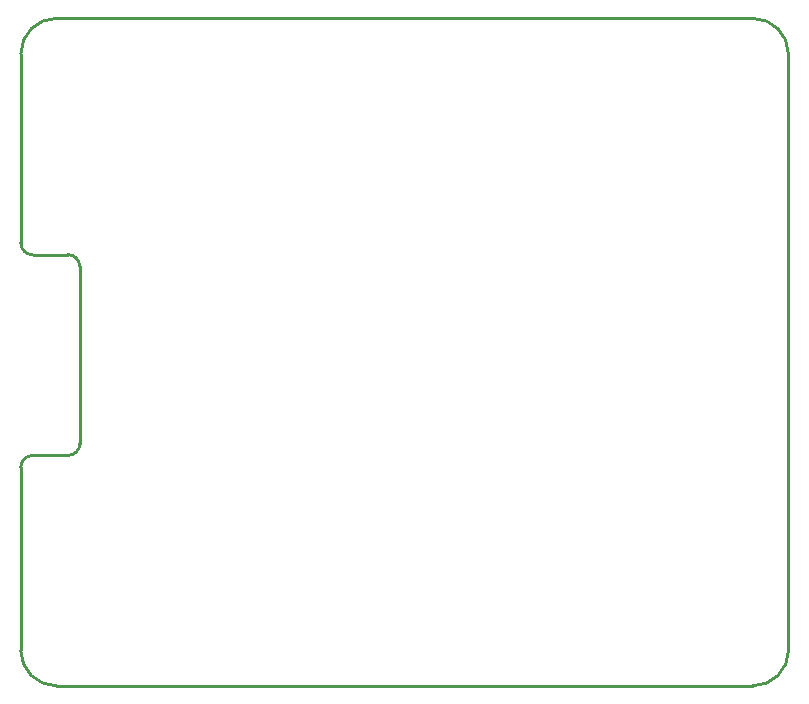
<source format=gm1>
G04 #@! TF.GenerationSoftware,KiCad,Pcbnew,(5.1.8)-1*
G04 #@! TF.CreationDate,2020-12-29T20:44:18-05:00*
G04 #@! TF.ProjectId,rpi_sensor_hat,7270695f-7365-46e7-936f-725f6861742e,rev?*
G04 #@! TF.SameCoordinates,Original*
G04 #@! TF.FileFunction,Profile,NP*
%FSLAX46Y46*%
G04 Gerber Fmt 4.6, Leading zero omitted, Abs format (unit mm)*
G04 Created by KiCad (PCBNEW (5.1.8)-1) date 2020-12-29 20:44:18*
%MOMM*%
%LPD*%
G01*
G04 APERTURE LIST*
G04 #@! TA.AperFunction,Profile*
%ADD10C,0.250000*%
G04 #@! TD*
G04 APERTURE END LIST*
D10*
X50000000Y-88000000D02*
X50000000Y-103500000D01*
X51000000Y-87000000D02*
X54000000Y-87000000D01*
X55000000Y-71000000D02*
X55000000Y-86000000D01*
X51000000Y-70000000D02*
X54000000Y-70000000D01*
X50000000Y-53000000D02*
X50000000Y-69000000D01*
X50000000Y-88000000D02*
G75*
G02*
X51000000Y-87000000I1000000J0D01*
G01*
X55000000Y-86000000D02*
G75*
G02*
X54000000Y-87000000I-1000000J0D01*
G01*
X54000000Y-70000000D02*
G75*
G02*
X55000000Y-71000000I0J-1000000D01*
G01*
X51000000Y-70000000D02*
G75*
G02*
X50000000Y-69000000I0J1000000D01*
G01*
X53000000Y-50000000D02*
X112000000Y-50000000D01*
X115000000Y-103500000D02*
X115000000Y-53000000D01*
X53000000Y-106500000D02*
X112000000Y-106500000D01*
X53000000Y-106500000D02*
G75*
G02*
X50000000Y-103500000I0J3000000D01*
G01*
X115000000Y-103500000D02*
G75*
G02*
X112000000Y-106500000I-3000000J0D01*
G01*
X112000000Y-50000000D02*
G75*
G02*
X115000000Y-53000000I0J-3000000D01*
G01*
X50000000Y-53000000D02*
G75*
G02*
X53000000Y-50000000I3000000J0D01*
G01*
M02*

</source>
